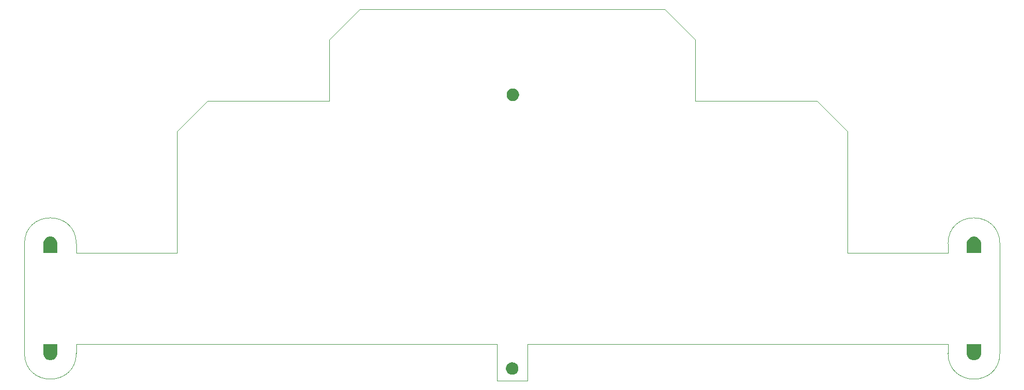
<source format=gbr>
%TF.GenerationSoftware,Altium Limited,Altium Designer,24.7.2 (38)*%
G04 Layer_Color=0*
%FSLAX45Y45*%
%MOMM*%
%TF.SameCoordinates,4658354D-353F-4C49-8F46-90FD7368F250*%
%TF.FilePolarity,Positive*%
%TF.FileFunction,Profile,NP*%
%TF.Part,Single*%
G01*
G75*
%TA.AperFunction,Profile*%
%ADD55C,0.02540*%
G36*
X8216365Y1457935D02*
Y1447840D01*
X8220304Y1428037D01*
X8228031Y1409383D01*
X8239248Y1392595D01*
X8253525Y1378318D01*
X8270313Y1367101D01*
X8288967Y1359374D01*
X8308770Y1355435D01*
X8318865D01*
X8328960D01*
X8348763Y1359374D01*
X8367417Y1367101D01*
X8384205Y1378318D01*
X8398482Y1392595D01*
X8409699Y1409383D01*
X8417426Y1428037D01*
X8421365Y1447840D01*
Y1457935D01*
Y1468030D01*
X8417426Y1487833D01*
X8409699Y1506487D01*
X8398482Y1523275D01*
X8384205Y1537552D01*
X8367417Y1548769D01*
X8348763Y1556496D01*
X8328960Y1560435D01*
X8318865D01*
X8308770D01*
X8288967Y1556496D01*
X8270313Y1548769D01*
X8253525Y1537552D01*
X8239248Y1523275D01*
X8228031Y1506487D01*
X8220304Y1487833D01*
X8216365Y1468030D01*
Y1457935D01*
D01*
D02*
G37*
G36*
X8228700Y5956300D02*
Y5946205D01*
X8232639Y5926402D01*
X8240366Y5907748D01*
X8251583Y5890960D01*
X8265860Y5876683D01*
X8282648Y5865466D01*
X8301302Y5857739D01*
X8321105Y5853800D01*
X8331200D01*
X8341295D01*
X8361098Y5857739D01*
X8379752Y5865466D01*
X8396540Y5876683D01*
X8410817Y5890960D01*
X8422034Y5907748D01*
X8429761Y5926402D01*
X8433700Y5946205D01*
Y5956300D01*
Y5966395D01*
X8429761Y5986198D01*
X8422034Y6004852D01*
X8410817Y6021640D01*
X8396540Y6035917D01*
X8379752Y6047134D01*
X8361098Y6054861D01*
X8341295Y6058800D01*
X8331200D01*
X8321105D01*
X8301302Y6054861D01*
X8282648Y6047134D01*
X8265860Y6035917D01*
X8251583Y6021640D01*
X8240366Y6004852D01*
X8232639Y5986198D01*
X8228700Y5966395D01*
Y5956300D01*
D01*
D02*
G37*
G36*
X15778865Y1707935D02*
Y1857935D01*
X16008865D01*
Y1707935D01*
Y1692795D01*
X16001028Y1663547D01*
X15985889Y1637323D01*
X15964478Y1615912D01*
X15938252Y1600772D01*
X15909006Y1592935D01*
X15878725D01*
X15849477Y1600772D01*
X15823253Y1615912D01*
X15801842Y1637323D01*
X15786702Y1663547D01*
X15778865Y1692795D01*
Y1707935D01*
D01*
D02*
G37*
G36*
Y3357935D02*
Y3507935D01*
Y3523075D01*
X15786702Y3552323D01*
X15801842Y3578547D01*
X15823253Y3599958D01*
X15849477Y3615098D01*
X15878725Y3622935D01*
X15909006D01*
X15938252Y3615098D01*
X15964478Y3599958D01*
X15985889Y3578547D01*
X16001028Y3552323D01*
X16008865Y3523075D01*
Y3507935D01*
D01*
Y3357935D01*
X15778865D01*
D02*
G37*
G36*
X628865Y1707935D02*
Y1692795D01*
X636702Y1663547D01*
X651842Y1637323D01*
X673253Y1615912D01*
X699476Y1600772D01*
X728725Y1592935D01*
X759005D01*
X788253Y1600772D01*
X814476Y1615912D01*
X835888Y1637323D01*
X851028Y1663547D01*
X858865Y1692795D01*
Y1707935D01*
D01*
Y1857935D01*
X628865D01*
Y1707935D01*
D02*
G37*
G36*
Y3357935D02*
Y3507935D01*
Y3523075D01*
X636702Y3552323D01*
X651842Y3578547D01*
X673253Y3599958D01*
X699476Y3615098D01*
X728725Y3622935D01*
X759005D01*
X788253Y3615098D01*
X814476Y3599958D01*
X835888Y3578547D01*
X851028Y3552323D01*
X858865Y3523075D01*
Y3507935D01*
D01*
Y3357935D01*
X628865D01*
D02*
G37*
D55*
X318865Y1707935D02*
X318865Y3507935D01*
D02*
G02*
X1168865Y3507935I425000J0D01*
G01*
Y3357935D01*
X2818865D01*
Y5357935D01*
X3318865Y5857935D01*
X5318865D01*
Y6857935D01*
X5818865Y7357935D01*
X10818865D01*
X11318865Y6857935D01*
Y5857935D01*
X13318864D01*
X13818864Y5357935D01*
Y3357935D01*
X15468864D01*
Y3507935D01*
D02*
G02*
X16318864Y3507935I425000J0D01*
G01*
X16318864Y1707935D01*
D02*
G02*
X15468864Y1707935I-425000J0D01*
G01*
Y1857935D01*
X8568865D01*
Y1257935D01*
X8068865D01*
Y1857935D01*
X1168865D01*
Y1707935D01*
D02*
G02*
X318865Y1707935I-425000J0D01*
G01*
%TF.MD5,764e59df77887656800ac7db581d7950*%
M02*

</source>
